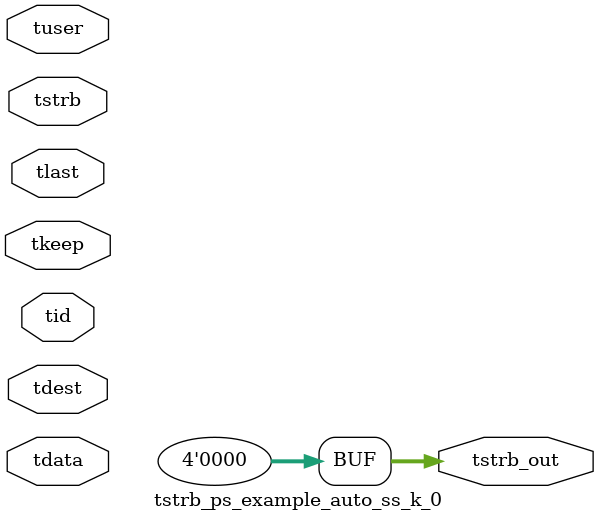
<source format=v>


`timescale 1ps/1ps

module tstrb_ps_example_auto_ss_k_0 #
(
parameter C_S_AXIS_TDATA_WIDTH = 32,
parameter C_S_AXIS_TUSER_WIDTH = 0,
parameter C_S_AXIS_TID_WIDTH   = 0,
parameter C_S_AXIS_TDEST_WIDTH = 0,
parameter C_M_AXIS_TDATA_WIDTH = 32
)
(
input  [(C_S_AXIS_TDATA_WIDTH == 0 ? 1 : C_S_AXIS_TDATA_WIDTH)-1:0     ] tdata,
input  [(C_S_AXIS_TUSER_WIDTH == 0 ? 1 : C_S_AXIS_TUSER_WIDTH)-1:0     ] tuser,
input  [(C_S_AXIS_TID_WIDTH   == 0 ? 1 : C_S_AXIS_TID_WIDTH)-1:0       ] tid,
input  [(C_S_AXIS_TDEST_WIDTH == 0 ? 1 : C_S_AXIS_TDEST_WIDTH)-1:0     ] tdest,
input  [(C_S_AXIS_TDATA_WIDTH/8)-1:0 ] tkeep,
input  [(C_S_AXIS_TDATA_WIDTH/8)-1:0 ] tstrb,
input                                                                    tlast,
output [(C_M_AXIS_TDATA_WIDTH/8)-1:0 ] tstrb_out
);

assign tstrb_out = {1'b0};

endmodule


</source>
